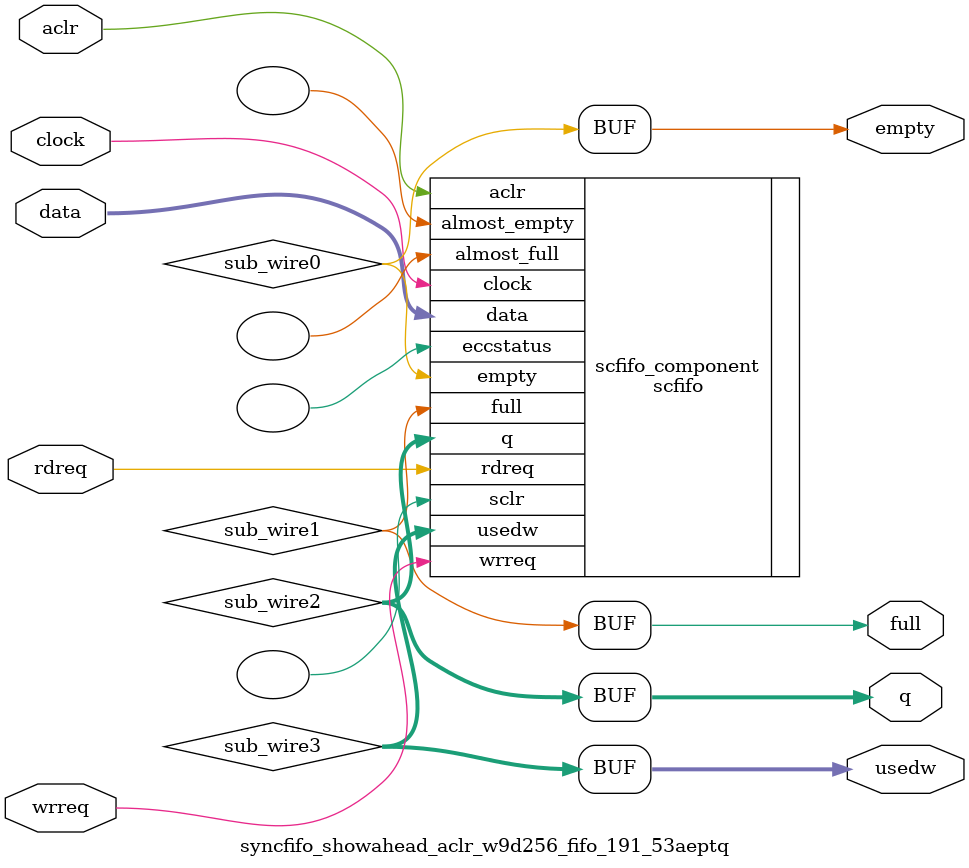
<source format=v>

`timescale 1 ps / 1 ps
module  syncfifo_showahead_aclr_w9d256_fifo_191_53aeptq  (
    aclr,
    clock,
    data,
    rdreq,
    wrreq,
    empty,
    full,
    q,
    usedw);

    input    aclr;
    input    clock;
    input  [8:0]  data;
    input    rdreq;
    input    wrreq;
    output   empty;
    output   full;
    output [8:0]  q;
    output [7:0]  usedw;

    wire  sub_wire0;
    wire  sub_wire1;
    wire [8:0] sub_wire2;
    wire [7:0] sub_wire3;
    wire  empty = sub_wire0;
    wire  full = sub_wire1;
    wire [8:0] q = sub_wire2[8:0];
    wire [7:0] usedw = sub_wire3[7:0];

    scfifo  scfifo_component (
                .aclr (aclr),
                .clock (clock),
                .data (data),
                .rdreq (rdreq),
                .wrreq (wrreq),
                .empty (sub_wire0),
                .full (sub_wire1),
                .q (sub_wire2),
                .usedw (sub_wire3),
                .almost_empty (),
                .almost_full (),
                .eccstatus (),
                .sclr ());
    defparam
        scfifo_component.add_ram_output_register  = "OFF",
        scfifo_component.enable_ecc  = "FALSE",
        scfifo_component.intended_device_family  = "Arria 10",
        scfifo_component.lpm_numwords  = 256,
        scfifo_component.lpm_showahead  = "ON",
        scfifo_component.lpm_type  = "scfifo",
        scfifo_component.lpm_width  = 9,
        scfifo_component.lpm_widthu  = 8,
        scfifo_component.overflow_checking  = "ON",
        scfifo_component.underflow_checking  = "ON",
        scfifo_component.use_eab  = "ON";


endmodule



</source>
